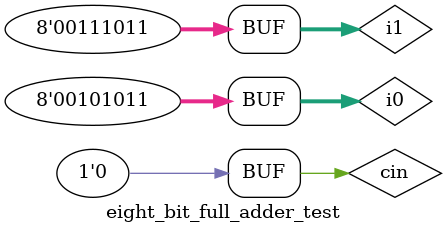
<source format=v>
`timescale 1ns / 1ps


module eight_bit_full_adder_test();
    reg [7:0] i0;
    reg [7:0] i1;
    reg cin;
    
    wire cout;
    wire [7:0] sum;
    
    eight_bit_full_adder uut(.i0(i0), .i1(i1), .cin(cin), .sum(sum), .carry(cout));
    
    initial begin
        i0 = 8'b00011101; i1 = 8'b00000101; cin = 0; #125;
        i0 = 8'b00110011; i1 = 8'b01011100; cin = 0; #125;
        i0 = 8'b00010001; i1 = 8'b00011100; cin = 0; #125;
        i0 = 8'b10111111; i1 = 8'b00000010; cin = 0; #125;
        i0 = 8'b11001000; i1 = 8'b01011111; cin = 0; #125;
        i0 = 8'b00110001; i1 = 8'b00011001; cin = 0; #125;
        i0 = 8'b01001110; i1 = 8'b11111111; cin = 0; #125;
        i0 = 8'b00101011; i1 = 8'b00111011; cin = 0; #125;
    end
    
endmodule

</source>
